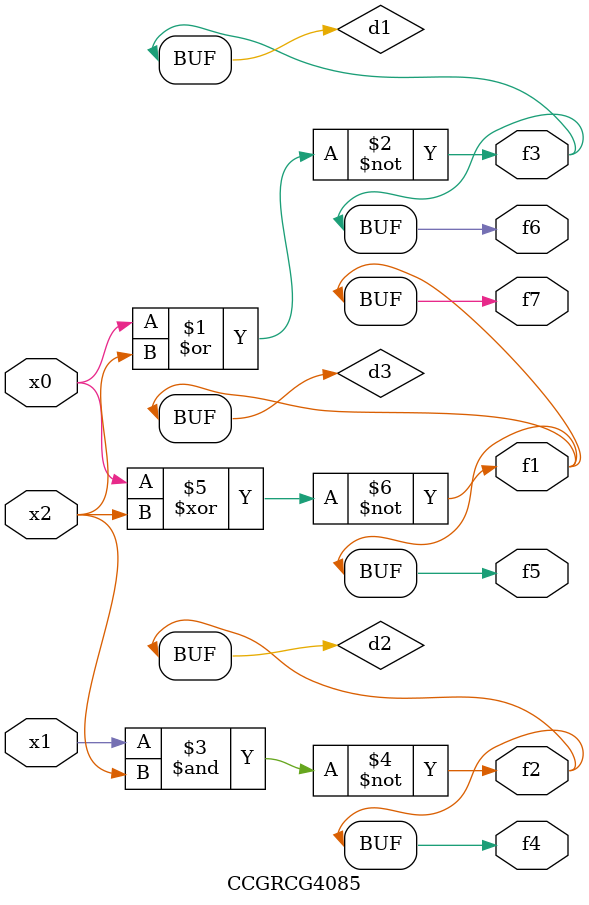
<source format=v>
module CCGRCG4085(
	input x0, x1, x2,
	output f1, f2, f3, f4, f5, f6, f7
);

	wire d1, d2, d3;

	nor (d1, x0, x2);
	nand (d2, x1, x2);
	xnor (d3, x0, x2);
	assign f1 = d3;
	assign f2 = d2;
	assign f3 = d1;
	assign f4 = d2;
	assign f5 = d3;
	assign f6 = d1;
	assign f7 = d3;
endmodule

</source>
